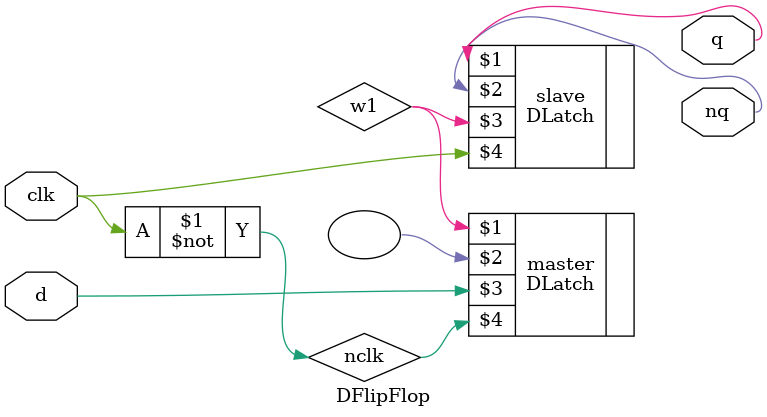
<source format=v>
module DFlipFlop(output q, output nq, input d, input clk);
    wire w1;
    wire nclk = ~clk;

    DLatch master(w1,   ,  d, nclk);
    DLatch slave ( q, nq, w1,  clk);

endmodule
</source>
